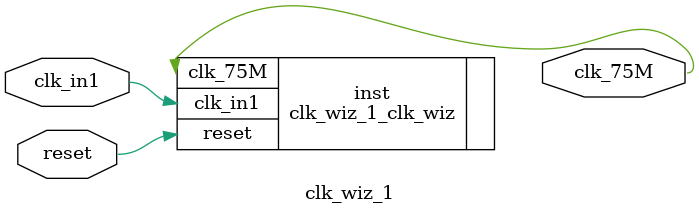
<source format=v>


`timescale 1ps/1ps

(* CORE_GENERATION_INFO = "clk_wiz_1,clk_wiz_v5_4_3_0,{component_name=clk_wiz_1,use_phase_alignment=true,use_min_o_jitter=false,use_max_i_jitter=false,use_dyn_phase_shift=false,use_inclk_switchover=false,use_dyn_reconfig=false,enable_axi=0,feedback_source=FDBK_AUTO,PRIMITIVE=MMCM,num_out_clk=1,clkin1_period=10.000,clkin2_period=10.000,use_power_down=false,use_reset=true,use_locked=false,use_inclk_stopped=false,feedback_type=SINGLE,CLOCK_MGR_TYPE=NA,manual_override=false}" *)

module clk_wiz_1 
 (
  // Clock out ports
  output        clk_75M,
  // Status and control signals
  input         reset,
 // Clock in ports
  input         clk_in1
 );

  clk_wiz_1_clk_wiz inst
  (
  // Clock out ports  
  .clk_75M(clk_75M),
  // Status and control signals               
  .reset(reset), 
 // Clock in ports
  .clk_in1(clk_in1)
  );

endmodule

</source>
